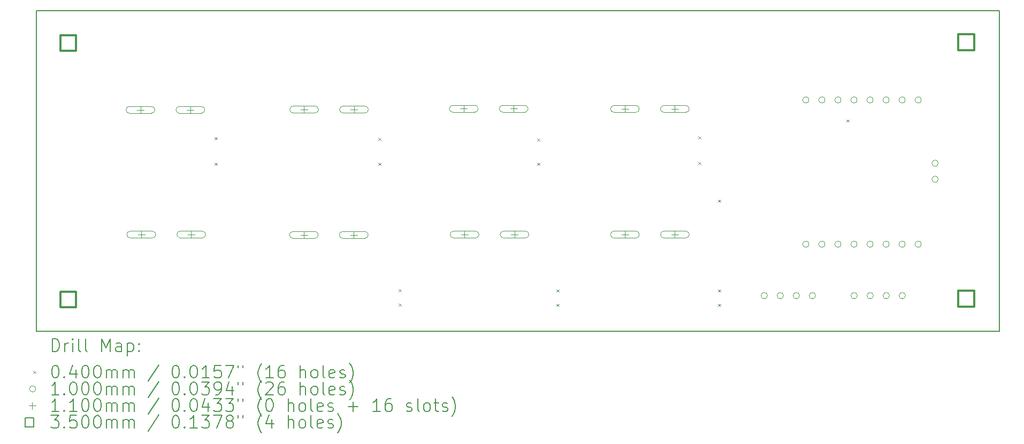
<source format=gbr>
%TF.GenerationSoftware,KiCad,Pcbnew,8.0.5*%
%TF.CreationDate,2025-06-13T07:27:11+02:00*%
%TF.ProjectId,4-Kanal_Power_Meter,342d4b61-6e61-46c5-9f50-6f7765725f4d,rev?*%
%TF.SameCoordinates,Original*%
%TF.FileFunction,Drillmap*%
%TF.FilePolarity,Positive*%
%FSLAX45Y45*%
G04 Gerber Fmt 4.5, Leading zero omitted, Abs format (unit mm)*
G04 Created by KiCad (PCBNEW 8.0.5) date 2025-06-13 07:27:11*
%MOMM*%
%LPD*%
G01*
G04 APERTURE LIST*
%ADD10C,0.150000*%
%ADD11C,0.200000*%
%ADD12C,0.100000*%
%ADD13C,0.110000*%
%ADD14C,0.350000*%
G04 APERTURE END LIST*
D10*
X22352000Y-6350000D02*
X7112000Y-6350000D01*
X22352000Y-11430000D02*
X22352000Y-6350000D01*
X7112000Y-6350000D02*
X7112000Y-11430000D01*
X7112000Y-11430000D02*
X22352000Y-11430000D01*
D11*
D12*
X9935530Y-8351840D02*
X9975530Y-8391840D01*
X9975530Y-8351840D02*
X9935530Y-8391840D01*
X9935530Y-8758240D02*
X9975530Y-8798240D01*
X9975530Y-8758240D02*
X9935530Y-8798240D01*
X12526330Y-8362780D02*
X12566330Y-8402780D01*
X12566330Y-8362780D02*
X12526330Y-8402780D01*
X12526330Y-8758240D02*
X12566330Y-8798240D01*
X12566330Y-8758240D02*
X12526330Y-8798240D01*
X12848910Y-10759760D02*
X12888910Y-10799760D01*
X12888910Y-10759760D02*
X12848910Y-10799760D01*
X12848910Y-10988360D02*
X12888910Y-11028360D01*
X12888910Y-10988360D02*
X12848910Y-11028360D01*
X15040930Y-8370400D02*
X15080930Y-8410400D01*
X15080930Y-8370400D02*
X15040930Y-8410400D01*
X15040930Y-8758240D02*
X15080930Y-8798240D01*
X15080930Y-8758240D02*
X15040930Y-8798240D01*
X15345730Y-10764840D02*
X15385730Y-10804840D01*
X15385730Y-10764840D02*
X15345730Y-10804840D01*
X15345730Y-10993440D02*
X15385730Y-11033440D01*
X15385730Y-10993440D02*
X15345730Y-11033440D01*
X17589240Y-8341680D02*
X17629240Y-8381680D01*
X17629240Y-8341680D02*
X17589240Y-8381680D01*
X17589240Y-8745540D02*
X17629240Y-8785540D01*
X17629240Y-8745540D02*
X17589240Y-8785540D01*
X17898430Y-10764840D02*
X17938430Y-10804840D01*
X17938430Y-10764840D02*
X17898430Y-10804840D01*
X17898430Y-10993440D02*
X17938430Y-11033440D01*
X17938430Y-10993440D02*
X17898430Y-11033440D01*
X17903510Y-9342440D02*
X17943510Y-9382440D01*
X17943510Y-9342440D02*
X17903510Y-9382440D01*
X19935510Y-8072440D02*
X19975510Y-8112440D01*
X19975510Y-8072440D02*
X19935510Y-8112440D01*
X18682170Y-10863580D02*
G75*
G02*
X18582170Y-10863580I-50000J0D01*
G01*
X18582170Y-10863580D02*
G75*
G02*
X18682170Y-10863580I50000J0D01*
G01*
X18936170Y-10863580D02*
G75*
G02*
X18836170Y-10863580I-50000J0D01*
G01*
X18836170Y-10863580D02*
G75*
G02*
X18936170Y-10863580I50000J0D01*
G01*
X19190170Y-10863580D02*
G75*
G02*
X19090170Y-10863580I-50000J0D01*
G01*
X19090170Y-10863580D02*
G75*
G02*
X19190170Y-10863580I50000J0D01*
G01*
X19340030Y-7762240D02*
G75*
G02*
X19240030Y-7762240I-50000J0D01*
G01*
X19240030Y-7762240D02*
G75*
G02*
X19340030Y-7762240I50000J0D01*
G01*
X19340030Y-10048240D02*
G75*
G02*
X19240030Y-10048240I-50000J0D01*
G01*
X19240030Y-10048240D02*
G75*
G02*
X19340030Y-10048240I50000J0D01*
G01*
X19444170Y-10863580D02*
G75*
G02*
X19344170Y-10863580I-50000J0D01*
G01*
X19344170Y-10863580D02*
G75*
G02*
X19444170Y-10863580I50000J0D01*
G01*
X19594030Y-7762240D02*
G75*
G02*
X19494030Y-7762240I-50000J0D01*
G01*
X19494030Y-7762240D02*
G75*
G02*
X19594030Y-7762240I50000J0D01*
G01*
X19594030Y-10048240D02*
G75*
G02*
X19494030Y-10048240I-50000J0D01*
G01*
X19494030Y-10048240D02*
G75*
G02*
X19594030Y-10048240I50000J0D01*
G01*
X19848030Y-7762240D02*
G75*
G02*
X19748030Y-7762240I-50000J0D01*
G01*
X19748030Y-7762240D02*
G75*
G02*
X19848030Y-7762240I50000J0D01*
G01*
X19848030Y-10048240D02*
G75*
G02*
X19748030Y-10048240I-50000J0D01*
G01*
X19748030Y-10048240D02*
G75*
G02*
X19848030Y-10048240I50000J0D01*
G01*
X20102030Y-7762240D02*
G75*
G02*
X20002030Y-7762240I-50000J0D01*
G01*
X20002030Y-7762240D02*
G75*
G02*
X20102030Y-7762240I50000J0D01*
G01*
X20102030Y-10048240D02*
G75*
G02*
X20002030Y-10048240I-50000J0D01*
G01*
X20002030Y-10048240D02*
G75*
G02*
X20102030Y-10048240I50000J0D01*
G01*
X20104570Y-10863580D02*
G75*
G02*
X20004570Y-10863580I-50000J0D01*
G01*
X20004570Y-10863580D02*
G75*
G02*
X20104570Y-10863580I50000J0D01*
G01*
X20356030Y-7762240D02*
G75*
G02*
X20256030Y-7762240I-50000J0D01*
G01*
X20256030Y-7762240D02*
G75*
G02*
X20356030Y-7762240I50000J0D01*
G01*
X20356030Y-10048240D02*
G75*
G02*
X20256030Y-10048240I-50000J0D01*
G01*
X20256030Y-10048240D02*
G75*
G02*
X20356030Y-10048240I50000J0D01*
G01*
X20358570Y-10863580D02*
G75*
G02*
X20258570Y-10863580I-50000J0D01*
G01*
X20258570Y-10863580D02*
G75*
G02*
X20358570Y-10863580I50000J0D01*
G01*
X20610030Y-7762240D02*
G75*
G02*
X20510030Y-7762240I-50000J0D01*
G01*
X20510030Y-7762240D02*
G75*
G02*
X20610030Y-7762240I50000J0D01*
G01*
X20610030Y-10048240D02*
G75*
G02*
X20510030Y-10048240I-50000J0D01*
G01*
X20510030Y-10048240D02*
G75*
G02*
X20610030Y-10048240I50000J0D01*
G01*
X20612570Y-10863580D02*
G75*
G02*
X20512570Y-10863580I-50000J0D01*
G01*
X20512570Y-10863580D02*
G75*
G02*
X20612570Y-10863580I50000J0D01*
G01*
X20864030Y-7762240D02*
G75*
G02*
X20764030Y-7762240I-50000J0D01*
G01*
X20764030Y-7762240D02*
G75*
G02*
X20864030Y-7762240I50000J0D01*
G01*
X20864030Y-10048240D02*
G75*
G02*
X20764030Y-10048240I-50000J0D01*
G01*
X20764030Y-10048240D02*
G75*
G02*
X20864030Y-10048240I50000J0D01*
G01*
X20866570Y-10863580D02*
G75*
G02*
X20766570Y-10863580I-50000J0D01*
G01*
X20766570Y-10863580D02*
G75*
G02*
X20866570Y-10863580I50000J0D01*
G01*
X21118030Y-7762240D02*
G75*
G02*
X21018030Y-7762240I-50000J0D01*
G01*
X21018030Y-7762240D02*
G75*
G02*
X21118030Y-7762240I50000J0D01*
G01*
X21118030Y-10048240D02*
G75*
G02*
X21018030Y-10048240I-50000J0D01*
G01*
X21018030Y-10048240D02*
G75*
G02*
X21118030Y-10048240I50000J0D01*
G01*
X21386000Y-8765540D02*
G75*
G02*
X21286000Y-8765540I-50000J0D01*
G01*
X21286000Y-8765540D02*
G75*
G02*
X21386000Y-8765540I50000J0D01*
G01*
X21386000Y-9019540D02*
G75*
G02*
X21286000Y-9019540I-50000J0D01*
G01*
X21286000Y-9019540D02*
G75*
G02*
X21386000Y-9019540I50000J0D01*
G01*
D13*
X8760430Y-7864440D02*
X8760430Y-7974440D01*
X8705430Y-7919440D02*
X8815430Y-7919440D01*
D12*
X8587930Y-7974440D02*
X8932930Y-7974440D01*
X8932930Y-7864440D02*
G75*
G02*
X8932930Y-7974440I0J-55000D01*
G01*
X8932930Y-7864440D02*
X8587930Y-7864440D01*
X8587930Y-7864440D02*
G75*
G03*
X8587930Y-7974440I0J-55000D01*
G01*
D13*
X8774430Y-9840840D02*
X8774430Y-9950840D01*
X8719430Y-9895840D02*
X8829430Y-9895840D01*
D12*
X8601930Y-9950840D02*
X8946930Y-9950840D01*
X8946930Y-9840840D02*
G75*
G02*
X8946930Y-9950840I0J-55000D01*
G01*
X8946930Y-9840840D02*
X8601930Y-9840840D01*
X8601930Y-9840840D02*
G75*
G03*
X8601930Y-9950840I0J-55000D01*
G01*
D13*
X9550430Y-7864440D02*
X9550430Y-7974440D01*
X9495430Y-7919440D02*
X9605430Y-7919440D01*
D12*
X9377930Y-7974440D02*
X9722930Y-7974440D01*
X9722930Y-7864440D02*
G75*
G02*
X9722930Y-7974440I0J-55000D01*
G01*
X9722930Y-7864440D02*
X9377930Y-7864440D01*
X9377930Y-7864440D02*
G75*
G03*
X9377930Y-7974440I0J-55000D01*
G01*
D13*
X9564430Y-9840840D02*
X9564430Y-9950840D01*
X9509430Y-9895840D02*
X9619430Y-9895840D01*
D12*
X9391930Y-9950840D02*
X9736930Y-9950840D01*
X9736930Y-9840840D02*
G75*
G02*
X9736930Y-9950840I0J-55000D01*
G01*
X9736930Y-9840840D02*
X9391930Y-9840840D01*
X9391930Y-9840840D02*
G75*
G03*
X9391930Y-9950840I0J-55000D01*
G01*
D13*
X11347390Y-9845920D02*
X11347390Y-9955920D01*
X11292390Y-9900920D02*
X11402390Y-9900920D01*
D12*
X11174890Y-9955920D02*
X11519890Y-9955920D01*
X11519890Y-9845920D02*
G75*
G02*
X11519890Y-9955920I0J-55000D01*
G01*
X11519890Y-9845920D02*
X11174890Y-9845920D01*
X11174890Y-9845920D02*
G75*
G03*
X11174890Y-9955920I0J-55000D01*
G01*
D13*
X11349990Y-7859640D02*
X11349990Y-7969640D01*
X11294990Y-7914640D02*
X11404990Y-7914640D01*
D12*
X11177490Y-7969640D02*
X11522490Y-7969640D01*
X11522490Y-7859640D02*
G75*
G02*
X11522490Y-7969640I0J-55000D01*
G01*
X11522490Y-7859640D02*
X11177490Y-7859640D01*
X11177490Y-7859640D02*
G75*
G03*
X11177490Y-7969640I0J-55000D01*
G01*
D13*
X12137390Y-9845920D02*
X12137390Y-9955920D01*
X12082390Y-9900920D02*
X12192390Y-9900920D01*
D12*
X11964890Y-9955920D02*
X12309890Y-9955920D01*
X12309890Y-9845920D02*
G75*
G02*
X12309890Y-9955920I0J-55000D01*
G01*
X12309890Y-9845920D02*
X11964890Y-9845920D01*
X11964890Y-9845920D02*
G75*
G03*
X11964890Y-9955920I0J-55000D01*
G01*
D13*
X12139990Y-7859640D02*
X12139990Y-7969640D01*
X12084990Y-7914640D02*
X12194990Y-7914640D01*
D12*
X11967490Y-7969640D02*
X12312490Y-7969640D01*
X12312490Y-7859640D02*
G75*
G02*
X12312490Y-7969640I0J-55000D01*
G01*
X12312490Y-7859640D02*
X11967490Y-7859640D01*
X11967490Y-7859640D02*
G75*
G03*
X11967490Y-7969640I0J-55000D01*
G01*
D13*
X13877230Y-7846940D02*
X13877230Y-7956940D01*
X13822230Y-7901940D02*
X13932230Y-7901940D01*
D12*
X13704730Y-7956940D02*
X14049730Y-7956940D01*
X14049730Y-7846940D02*
G75*
G02*
X14049730Y-7956940I0J-55000D01*
G01*
X14049730Y-7846940D02*
X13704730Y-7846940D01*
X13704730Y-7846940D02*
G75*
G03*
X13704730Y-7956940I0J-55000D01*
G01*
D13*
X13889930Y-9840840D02*
X13889930Y-9950840D01*
X13834930Y-9895840D02*
X13944930Y-9895840D01*
D12*
X13717430Y-9950840D02*
X14062430Y-9950840D01*
X14062430Y-9840840D02*
G75*
G02*
X14062430Y-9950840I0J-55000D01*
G01*
X14062430Y-9840840D02*
X13717430Y-9840840D01*
X13717430Y-9840840D02*
G75*
G03*
X13717430Y-9950840I0J-55000D01*
G01*
D13*
X14667230Y-7846940D02*
X14667230Y-7956940D01*
X14612230Y-7901940D02*
X14722230Y-7901940D01*
D12*
X14494730Y-7956940D02*
X14839730Y-7956940D01*
X14839730Y-7846940D02*
G75*
G02*
X14839730Y-7956940I0J-55000D01*
G01*
X14839730Y-7846940D02*
X14494730Y-7846940D01*
X14494730Y-7846940D02*
G75*
G03*
X14494730Y-7956940I0J-55000D01*
G01*
D13*
X14679930Y-9840840D02*
X14679930Y-9950840D01*
X14624930Y-9895840D02*
X14734930Y-9895840D01*
D12*
X14507430Y-9950840D02*
X14852430Y-9950840D01*
X14852430Y-9840840D02*
G75*
G02*
X14852430Y-9950840I0J-55000D01*
G01*
X14852430Y-9840840D02*
X14507430Y-9840840D01*
X14507430Y-9840840D02*
G75*
G03*
X14507430Y-9950840I0J-55000D01*
G01*
D13*
X16427390Y-7849480D02*
X16427390Y-7959480D01*
X16372390Y-7904480D02*
X16482390Y-7904480D01*
D12*
X16254890Y-7959480D02*
X16599890Y-7959480D01*
X16599890Y-7849480D02*
G75*
G02*
X16599890Y-7959480I0J-55000D01*
G01*
X16599890Y-7849480D02*
X16254890Y-7849480D01*
X16254890Y-7849480D02*
G75*
G03*
X16254890Y-7959480I0J-55000D01*
G01*
D13*
X16427390Y-9840840D02*
X16427390Y-9950840D01*
X16372390Y-9895840D02*
X16482390Y-9895840D01*
D12*
X16254890Y-9950840D02*
X16599890Y-9950840D01*
X16599890Y-9840840D02*
G75*
G02*
X16599890Y-9950840I0J-55000D01*
G01*
X16599890Y-9840840D02*
X16254890Y-9840840D01*
X16254890Y-9840840D02*
G75*
G03*
X16254890Y-9950840I0J-55000D01*
G01*
D13*
X17217390Y-7849480D02*
X17217390Y-7959480D01*
X17162390Y-7904480D02*
X17272390Y-7904480D01*
D12*
X17044890Y-7959480D02*
X17389890Y-7959480D01*
X17389890Y-7849480D02*
G75*
G02*
X17389890Y-7959480I0J-55000D01*
G01*
X17389890Y-7849480D02*
X17044890Y-7849480D01*
X17044890Y-7849480D02*
G75*
G03*
X17044890Y-7959480I0J-55000D01*
G01*
D13*
X17217390Y-9840840D02*
X17217390Y-9950840D01*
X17162390Y-9895840D02*
X17272390Y-9895840D01*
D12*
X17044890Y-9950840D02*
X17389890Y-9950840D01*
X17389890Y-9840840D02*
G75*
G02*
X17389890Y-9950840I0J-55000D01*
G01*
X17389890Y-9840840D02*
X17044890Y-9840840D01*
X17044890Y-9840840D02*
G75*
G03*
X17044890Y-9950840I0J-55000D01*
G01*
D14*
X7743745Y-6981745D02*
X7743745Y-6734255D01*
X7496255Y-6734255D01*
X7496255Y-6981745D01*
X7743745Y-6981745D01*
X7743745Y-11045745D02*
X7743745Y-10798255D01*
X7496255Y-10798255D01*
X7496255Y-11045745D01*
X7743745Y-11045745D01*
X21952505Y-6971585D02*
X21952505Y-6724095D01*
X21705015Y-6724095D01*
X21705015Y-6971585D01*
X21952505Y-6971585D01*
X21952505Y-11035585D02*
X21952505Y-10788095D01*
X21705015Y-10788095D01*
X21705015Y-11035585D01*
X21952505Y-11035585D01*
D11*
X7365277Y-11748984D02*
X7365277Y-11548984D01*
X7365277Y-11548984D02*
X7412896Y-11548984D01*
X7412896Y-11548984D02*
X7441467Y-11558508D01*
X7441467Y-11558508D02*
X7460515Y-11577555D01*
X7460515Y-11577555D02*
X7470039Y-11596603D01*
X7470039Y-11596603D02*
X7479562Y-11634698D01*
X7479562Y-11634698D02*
X7479562Y-11663269D01*
X7479562Y-11663269D02*
X7470039Y-11701365D01*
X7470039Y-11701365D02*
X7460515Y-11720412D01*
X7460515Y-11720412D02*
X7441467Y-11739460D01*
X7441467Y-11739460D02*
X7412896Y-11748984D01*
X7412896Y-11748984D02*
X7365277Y-11748984D01*
X7565277Y-11748984D02*
X7565277Y-11615650D01*
X7565277Y-11653746D02*
X7574801Y-11634698D01*
X7574801Y-11634698D02*
X7584324Y-11625174D01*
X7584324Y-11625174D02*
X7603372Y-11615650D01*
X7603372Y-11615650D02*
X7622420Y-11615650D01*
X7689086Y-11748984D02*
X7689086Y-11615650D01*
X7689086Y-11548984D02*
X7679562Y-11558508D01*
X7679562Y-11558508D02*
X7689086Y-11568031D01*
X7689086Y-11568031D02*
X7698610Y-11558508D01*
X7698610Y-11558508D02*
X7689086Y-11548984D01*
X7689086Y-11548984D02*
X7689086Y-11568031D01*
X7812896Y-11748984D02*
X7793848Y-11739460D01*
X7793848Y-11739460D02*
X7784324Y-11720412D01*
X7784324Y-11720412D02*
X7784324Y-11548984D01*
X7917658Y-11748984D02*
X7898610Y-11739460D01*
X7898610Y-11739460D02*
X7889086Y-11720412D01*
X7889086Y-11720412D02*
X7889086Y-11548984D01*
X8146229Y-11748984D02*
X8146229Y-11548984D01*
X8146229Y-11548984D02*
X8212896Y-11691841D01*
X8212896Y-11691841D02*
X8279562Y-11548984D01*
X8279562Y-11548984D02*
X8279562Y-11748984D01*
X8460515Y-11748984D02*
X8460515Y-11644222D01*
X8460515Y-11644222D02*
X8450991Y-11625174D01*
X8450991Y-11625174D02*
X8431944Y-11615650D01*
X8431944Y-11615650D02*
X8393848Y-11615650D01*
X8393848Y-11615650D02*
X8374801Y-11625174D01*
X8460515Y-11739460D02*
X8441467Y-11748984D01*
X8441467Y-11748984D02*
X8393848Y-11748984D01*
X8393848Y-11748984D02*
X8374801Y-11739460D01*
X8374801Y-11739460D02*
X8365277Y-11720412D01*
X8365277Y-11720412D02*
X8365277Y-11701365D01*
X8365277Y-11701365D02*
X8374801Y-11682317D01*
X8374801Y-11682317D02*
X8393848Y-11672793D01*
X8393848Y-11672793D02*
X8441467Y-11672793D01*
X8441467Y-11672793D02*
X8460515Y-11663269D01*
X8555753Y-11615650D02*
X8555753Y-11815650D01*
X8555753Y-11625174D02*
X8574801Y-11615650D01*
X8574801Y-11615650D02*
X8612896Y-11615650D01*
X8612896Y-11615650D02*
X8631944Y-11625174D01*
X8631944Y-11625174D02*
X8641467Y-11634698D01*
X8641467Y-11634698D02*
X8650991Y-11653746D01*
X8650991Y-11653746D02*
X8650991Y-11710888D01*
X8650991Y-11710888D02*
X8641467Y-11729936D01*
X8641467Y-11729936D02*
X8631944Y-11739460D01*
X8631944Y-11739460D02*
X8612896Y-11748984D01*
X8612896Y-11748984D02*
X8574801Y-11748984D01*
X8574801Y-11748984D02*
X8555753Y-11739460D01*
X8736705Y-11729936D02*
X8746229Y-11739460D01*
X8746229Y-11739460D02*
X8736705Y-11748984D01*
X8736705Y-11748984D02*
X8727182Y-11739460D01*
X8727182Y-11739460D02*
X8736705Y-11729936D01*
X8736705Y-11729936D02*
X8736705Y-11748984D01*
X8736705Y-11625174D02*
X8746229Y-11634698D01*
X8746229Y-11634698D02*
X8736705Y-11644222D01*
X8736705Y-11644222D02*
X8727182Y-11634698D01*
X8727182Y-11634698D02*
X8736705Y-11625174D01*
X8736705Y-11625174D02*
X8736705Y-11644222D01*
D12*
X7064500Y-12057500D02*
X7104500Y-12097500D01*
X7104500Y-12057500D02*
X7064500Y-12097500D01*
D11*
X7403372Y-11968984D02*
X7422420Y-11968984D01*
X7422420Y-11968984D02*
X7441467Y-11978508D01*
X7441467Y-11978508D02*
X7450991Y-11988031D01*
X7450991Y-11988031D02*
X7460515Y-12007079D01*
X7460515Y-12007079D02*
X7470039Y-12045174D01*
X7470039Y-12045174D02*
X7470039Y-12092793D01*
X7470039Y-12092793D02*
X7460515Y-12130888D01*
X7460515Y-12130888D02*
X7450991Y-12149936D01*
X7450991Y-12149936D02*
X7441467Y-12159460D01*
X7441467Y-12159460D02*
X7422420Y-12168984D01*
X7422420Y-12168984D02*
X7403372Y-12168984D01*
X7403372Y-12168984D02*
X7384324Y-12159460D01*
X7384324Y-12159460D02*
X7374801Y-12149936D01*
X7374801Y-12149936D02*
X7365277Y-12130888D01*
X7365277Y-12130888D02*
X7355753Y-12092793D01*
X7355753Y-12092793D02*
X7355753Y-12045174D01*
X7355753Y-12045174D02*
X7365277Y-12007079D01*
X7365277Y-12007079D02*
X7374801Y-11988031D01*
X7374801Y-11988031D02*
X7384324Y-11978508D01*
X7384324Y-11978508D02*
X7403372Y-11968984D01*
X7555753Y-12149936D02*
X7565277Y-12159460D01*
X7565277Y-12159460D02*
X7555753Y-12168984D01*
X7555753Y-12168984D02*
X7546229Y-12159460D01*
X7546229Y-12159460D02*
X7555753Y-12149936D01*
X7555753Y-12149936D02*
X7555753Y-12168984D01*
X7736705Y-12035650D02*
X7736705Y-12168984D01*
X7689086Y-11959460D02*
X7641467Y-12102317D01*
X7641467Y-12102317D02*
X7765277Y-12102317D01*
X7879562Y-11968984D02*
X7898610Y-11968984D01*
X7898610Y-11968984D02*
X7917658Y-11978508D01*
X7917658Y-11978508D02*
X7927182Y-11988031D01*
X7927182Y-11988031D02*
X7936705Y-12007079D01*
X7936705Y-12007079D02*
X7946229Y-12045174D01*
X7946229Y-12045174D02*
X7946229Y-12092793D01*
X7946229Y-12092793D02*
X7936705Y-12130888D01*
X7936705Y-12130888D02*
X7927182Y-12149936D01*
X7927182Y-12149936D02*
X7917658Y-12159460D01*
X7917658Y-12159460D02*
X7898610Y-12168984D01*
X7898610Y-12168984D02*
X7879562Y-12168984D01*
X7879562Y-12168984D02*
X7860515Y-12159460D01*
X7860515Y-12159460D02*
X7850991Y-12149936D01*
X7850991Y-12149936D02*
X7841467Y-12130888D01*
X7841467Y-12130888D02*
X7831943Y-12092793D01*
X7831943Y-12092793D02*
X7831943Y-12045174D01*
X7831943Y-12045174D02*
X7841467Y-12007079D01*
X7841467Y-12007079D02*
X7850991Y-11988031D01*
X7850991Y-11988031D02*
X7860515Y-11978508D01*
X7860515Y-11978508D02*
X7879562Y-11968984D01*
X8070039Y-11968984D02*
X8089086Y-11968984D01*
X8089086Y-11968984D02*
X8108134Y-11978508D01*
X8108134Y-11978508D02*
X8117658Y-11988031D01*
X8117658Y-11988031D02*
X8127182Y-12007079D01*
X8127182Y-12007079D02*
X8136705Y-12045174D01*
X8136705Y-12045174D02*
X8136705Y-12092793D01*
X8136705Y-12092793D02*
X8127182Y-12130888D01*
X8127182Y-12130888D02*
X8117658Y-12149936D01*
X8117658Y-12149936D02*
X8108134Y-12159460D01*
X8108134Y-12159460D02*
X8089086Y-12168984D01*
X8089086Y-12168984D02*
X8070039Y-12168984D01*
X8070039Y-12168984D02*
X8050991Y-12159460D01*
X8050991Y-12159460D02*
X8041467Y-12149936D01*
X8041467Y-12149936D02*
X8031943Y-12130888D01*
X8031943Y-12130888D02*
X8022420Y-12092793D01*
X8022420Y-12092793D02*
X8022420Y-12045174D01*
X8022420Y-12045174D02*
X8031943Y-12007079D01*
X8031943Y-12007079D02*
X8041467Y-11988031D01*
X8041467Y-11988031D02*
X8050991Y-11978508D01*
X8050991Y-11978508D02*
X8070039Y-11968984D01*
X8222420Y-12168984D02*
X8222420Y-12035650D01*
X8222420Y-12054698D02*
X8231943Y-12045174D01*
X8231943Y-12045174D02*
X8250991Y-12035650D01*
X8250991Y-12035650D02*
X8279563Y-12035650D01*
X8279563Y-12035650D02*
X8298610Y-12045174D01*
X8298610Y-12045174D02*
X8308134Y-12064222D01*
X8308134Y-12064222D02*
X8308134Y-12168984D01*
X8308134Y-12064222D02*
X8317658Y-12045174D01*
X8317658Y-12045174D02*
X8336705Y-12035650D01*
X8336705Y-12035650D02*
X8365277Y-12035650D01*
X8365277Y-12035650D02*
X8384324Y-12045174D01*
X8384324Y-12045174D02*
X8393848Y-12064222D01*
X8393848Y-12064222D02*
X8393848Y-12168984D01*
X8489086Y-12168984D02*
X8489086Y-12035650D01*
X8489086Y-12054698D02*
X8498610Y-12045174D01*
X8498610Y-12045174D02*
X8517658Y-12035650D01*
X8517658Y-12035650D02*
X8546229Y-12035650D01*
X8546229Y-12035650D02*
X8565277Y-12045174D01*
X8565277Y-12045174D02*
X8574801Y-12064222D01*
X8574801Y-12064222D02*
X8574801Y-12168984D01*
X8574801Y-12064222D02*
X8584325Y-12045174D01*
X8584325Y-12045174D02*
X8603372Y-12035650D01*
X8603372Y-12035650D02*
X8631944Y-12035650D01*
X8631944Y-12035650D02*
X8650991Y-12045174D01*
X8650991Y-12045174D02*
X8660515Y-12064222D01*
X8660515Y-12064222D02*
X8660515Y-12168984D01*
X9050991Y-11959460D02*
X8879563Y-12216603D01*
X9308134Y-11968984D02*
X9327182Y-11968984D01*
X9327182Y-11968984D02*
X9346229Y-11978508D01*
X9346229Y-11978508D02*
X9355753Y-11988031D01*
X9355753Y-11988031D02*
X9365277Y-12007079D01*
X9365277Y-12007079D02*
X9374801Y-12045174D01*
X9374801Y-12045174D02*
X9374801Y-12092793D01*
X9374801Y-12092793D02*
X9365277Y-12130888D01*
X9365277Y-12130888D02*
X9355753Y-12149936D01*
X9355753Y-12149936D02*
X9346229Y-12159460D01*
X9346229Y-12159460D02*
X9327182Y-12168984D01*
X9327182Y-12168984D02*
X9308134Y-12168984D01*
X9308134Y-12168984D02*
X9289087Y-12159460D01*
X9289087Y-12159460D02*
X9279563Y-12149936D01*
X9279563Y-12149936D02*
X9270039Y-12130888D01*
X9270039Y-12130888D02*
X9260515Y-12092793D01*
X9260515Y-12092793D02*
X9260515Y-12045174D01*
X9260515Y-12045174D02*
X9270039Y-12007079D01*
X9270039Y-12007079D02*
X9279563Y-11988031D01*
X9279563Y-11988031D02*
X9289087Y-11978508D01*
X9289087Y-11978508D02*
X9308134Y-11968984D01*
X9460515Y-12149936D02*
X9470039Y-12159460D01*
X9470039Y-12159460D02*
X9460515Y-12168984D01*
X9460515Y-12168984D02*
X9450991Y-12159460D01*
X9450991Y-12159460D02*
X9460515Y-12149936D01*
X9460515Y-12149936D02*
X9460515Y-12168984D01*
X9593848Y-11968984D02*
X9612896Y-11968984D01*
X9612896Y-11968984D02*
X9631944Y-11978508D01*
X9631944Y-11978508D02*
X9641468Y-11988031D01*
X9641468Y-11988031D02*
X9650991Y-12007079D01*
X9650991Y-12007079D02*
X9660515Y-12045174D01*
X9660515Y-12045174D02*
X9660515Y-12092793D01*
X9660515Y-12092793D02*
X9650991Y-12130888D01*
X9650991Y-12130888D02*
X9641468Y-12149936D01*
X9641468Y-12149936D02*
X9631944Y-12159460D01*
X9631944Y-12159460D02*
X9612896Y-12168984D01*
X9612896Y-12168984D02*
X9593848Y-12168984D01*
X9593848Y-12168984D02*
X9574801Y-12159460D01*
X9574801Y-12159460D02*
X9565277Y-12149936D01*
X9565277Y-12149936D02*
X9555753Y-12130888D01*
X9555753Y-12130888D02*
X9546229Y-12092793D01*
X9546229Y-12092793D02*
X9546229Y-12045174D01*
X9546229Y-12045174D02*
X9555753Y-12007079D01*
X9555753Y-12007079D02*
X9565277Y-11988031D01*
X9565277Y-11988031D02*
X9574801Y-11978508D01*
X9574801Y-11978508D02*
X9593848Y-11968984D01*
X9850991Y-12168984D02*
X9736706Y-12168984D01*
X9793848Y-12168984D02*
X9793848Y-11968984D01*
X9793848Y-11968984D02*
X9774801Y-11997555D01*
X9774801Y-11997555D02*
X9755753Y-12016603D01*
X9755753Y-12016603D02*
X9736706Y-12026127D01*
X10031944Y-11968984D02*
X9936706Y-11968984D01*
X9936706Y-11968984D02*
X9927182Y-12064222D01*
X9927182Y-12064222D02*
X9936706Y-12054698D01*
X9936706Y-12054698D02*
X9955753Y-12045174D01*
X9955753Y-12045174D02*
X10003372Y-12045174D01*
X10003372Y-12045174D02*
X10022420Y-12054698D01*
X10022420Y-12054698D02*
X10031944Y-12064222D01*
X10031944Y-12064222D02*
X10041468Y-12083269D01*
X10041468Y-12083269D02*
X10041468Y-12130888D01*
X10041468Y-12130888D02*
X10031944Y-12149936D01*
X10031944Y-12149936D02*
X10022420Y-12159460D01*
X10022420Y-12159460D02*
X10003372Y-12168984D01*
X10003372Y-12168984D02*
X9955753Y-12168984D01*
X9955753Y-12168984D02*
X9936706Y-12159460D01*
X9936706Y-12159460D02*
X9927182Y-12149936D01*
X10108134Y-11968984D02*
X10241468Y-11968984D01*
X10241468Y-11968984D02*
X10155753Y-12168984D01*
X10308134Y-11968984D02*
X10308134Y-12007079D01*
X10384325Y-11968984D02*
X10384325Y-12007079D01*
X10679563Y-12245174D02*
X10670039Y-12235650D01*
X10670039Y-12235650D02*
X10650991Y-12207079D01*
X10650991Y-12207079D02*
X10641468Y-12188031D01*
X10641468Y-12188031D02*
X10631944Y-12159460D01*
X10631944Y-12159460D02*
X10622420Y-12111841D01*
X10622420Y-12111841D02*
X10622420Y-12073746D01*
X10622420Y-12073746D02*
X10631944Y-12026127D01*
X10631944Y-12026127D02*
X10641468Y-11997555D01*
X10641468Y-11997555D02*
X10650991Y-11978508D01*
X10650991Y-11978508D02*
X10670039Y-11949936D01*
X10670039Y-11949936D02*
X10679563Y-11940412D01*
X10860515Y-12168984D02*
X10746230Y-12168984D01*
X10803372Y-12168984D02*
X10803372Y-11968984D01*
X10803372Y-11968984D02*
X10784325Y-11997555D01*
X10784325Y-11997555D02*
X10765277Y-12016603D01*
X10765277Y-12016603D02*
X10746230Y-12026127D01*
X11031944Y-11968984D02*
X10993849Y-11968984D01*
X10993849Y-11968984D02*
X10974801Y-11978508D01*
X10974801Y-11978508D02*
X10965277Y-11988031D01*
X10965277Y-11988031D02*
X10946230Y-12016603D01*
X10946230Y-12016603D02*
X10936706Y-12054698D01*
X10936706Y-12054698D02*
X10936706Y-12130888D01*
X10936706Y-12130888D02*
X10946230Y-12149936D01*
X10946230Y-12149936D02*
X10955753Y-12159460D01*
X10955753Y-12159460D02*
X10974801Y-12168984D01*
X10974801Y-12168984D02*
X11012896Y-12168984D01*
X11012896Y-12168984D02*
X11031944Y-12159460D01*
X11031944Y-12159460D02*
X11041468Y-12149936D01*
X11041468Y-12149936D02*
X11050991Y-12130888D01*
X11050991Y-12130888D02*
X11050991Y-12083269D01*
X11050991Y-12083269D02*
X11041468Y-12064222D01*
X11041468Y-12064222D02*
X11031944Y-12054698D01*
X11031944Y-12054698D02*
X11012896Y-12045174D01*
X11012896Y-12045174D02*
X10974801Y-12045174D01*
X10974801Y-12045174D02*
X10955753Y-12054698D01*
X10955753Y-12054698D02*
X10946230Y-12064222D01*
X10946230Y-12064222D02*
X10936706Y-12083269D01*
X11289087Y-12168984D02*
X11289087Y-11968984D01*
X11374801Y-12168984D02*
X11374801Y-12064222D01*
X11374801Y-12064222D02*
X11365277Y-12045174D01*
X11365277Y-12045174D02*
X11346230Y-12035650D01*
X11346230Y-12035650D02*
X11317658Y-12035650D01*
X11317658Y-12035650D02*
X11298610Y-12045174D01*
X11298610Y-12045174D02*
X11289087Y-12054698D01*
X11498610Y-12168984D02*
X11479563Y-12159460D01*
X11479563Y-12159460D02*
X11470039Y-12149936D01*
X11470039Y-12149936D02*
X11460515Y-12130888D01*
X11460515Y-12130888D02*
X11460515Y-12073746D01*
X11460515Y-12073746D02*
X11470039Y-12054698D01*
X11470039Y-12054698D02*
X11479563Y-12045174D01*
X11479563Y-12045174D02*
X11498610Y-12035650D01*
X11498610Y-12035650D02*
X11527182Y-12035650D01*
X11527182Y-12035650D02*
X11546230Y-12045174D01*
X11546230Y-12045174D02*
X11555753Y-12054698D01*
X11555753Y-12054698D02*
X11565277Y-12073746D01*
X11565277Y-12073746D02*
X11565277Y-12130888D01*
X11565277Y-12130888D02*
X11555753Y-12149936D01*
X11555753Y-12149936D02*
X11546230Y-12159460D01*
X11546230Y-12159460D02*
X11527182Y-12168984D01*
X11527182Y-12168984D02*
X11498610Y-12168984D01*
X11679563Y-12168984D02*
X11660515Y-12159460D01*
X11660515Y-12159460D02*
X11650991Y-12140412D01*
X11650991Y-12140412D02*
X11650991Y-11968984D01*
X11831944Y-12159460D02*
X11812896Y-12168984D01*
X11812896Y-12168984D02*
X11774801Y-12168984D01*
X11774801Y-12168984D02*
X11755753Y-12159460D01*
X11755753Y-12159460D02*
X11746230Y-12140412D01*
X11746230Y-12140412D02*
X11746230Y-12064222D01*
X11746230Y-12064222D02*
X11755753Y-12045174D01*
X11755753Y-12045174D02*
X11774801Y-12035650D01*
X11774801Y-12035650D02*
X11812896Y-12035650D01*
X11812896Y-12035650D02*
X11831944Y-12045174D01*
X11831944Y-12045174D02*
X11841468Y-12064222D01*
X11841468Y-12064222D02*
X11841468Y-12083269D01*
X11841468Y-12083269D02*
X11746230Y-12102317D01*
X11917658Y-12159460D02*
X11936706Y-12168984D01*
X11936706Y-12168984D02*
X11974801Y-12168984D01*
X11974801Y-12168984D02*
X11993849Y-12159460D01*
X11993849Y-12159460D02*
X12003372Y-12140412D01*
X12003372Y-12140412D02*
X12003372Y-12130888D01*
X12003372Y-12130888D02*
X11993849Y-12111841D01*
X11993849Y-12111841D02*
X11974801Y-12102317D01*
X11974801Y-12102317D02*
X11946230Y-12102317D01*
X11946230Y-12102317D02*
X11927182Y-12092793D01*
X11927182Y-12092793D02*
X11917658Y-12073746D01*
X11917658Y-12073746D02*
X11917658Y-12064222D01*
X11917658Y-12064222D02*
X11927182Y-12045174D01*
X11927182Y-12045174D02*
X11946230Y-12035650D01*
X11946230Y-12035650D02*
X11974801Y-12035650D01*
X11974801Y-12035650D02*
X11993849Y-12045174D01*
X12070039Y-12245174D02*
X12079563Y-12235650D01*
X12079563Y-12235650D02*
X12098611Y-12207079D01*
X12098611Y-12207079D02*
X12108134Y-12188031D01*
X12108134Y-12188031D02*
X12117658Y-12159460D01*
X12117658Y-12159460D02*
X12127182Y-12111841D01*
X12127182Y-12111841D02*
X12127182Y-12073746D01*
X12127182Y-12073746D02*
X12117658Y-12026127D01*
X12117658Y-12026127D02*
X12108134Y-11997555D01*
X12108134Y-11997555D02*
X12098611Y-11978508D01*
X12098611Y-11978508D02*
X12079563Y-11949936D01*
X12079563Y-11949936D02*
X12070039Y-11940412D01*
D12*
X7104500Y-12341500D02*
G75*
G02*
X7004500Y-12341500I-50000J0D01*
G01*
X7004500Y-12341500D02*
G75*
G02*
X7104500Y-12341500I50000J0D01*
G01*
D11*
X7470039Y-12432984D02*
X7355753Y-12432984D01*
X7412896Y-12432984D02*
X7412896Y-12232984D01*
X7412896Y-12232984D02*
X7393848Y-12261555D01*
X7393848Y-12261555D02*
X7374801Y-12280603D01*
X7374801Y-12280603D02*
X7355753Y-12290127D01*
X7555753Y-12413936D02*
X7565277Y-12423460D01*
X7565277Y-12423460D02*
X7555753Y-12432984D01*
X7555753Y-12432984D02*
X7546229Y-12423460D01*
X7546229Y-12423460D02*
X7555753Y-12413936D01*
X7555753Y-12413936D02*
X7555753Y-12432984D01*
X7689086Y-12232984D02*
X7708134Y-12232984D01*
X7708134Y-12232984D02*
X7727182Y-12242508D01*
X7727182Y-12242508D02*
X7736705Y-12252031D01*
X7736705Y-12252031D02*
X7746229Y-12271079D01*
X7746229Y-12271079D02*
X7755753Y-12309174D01*
X7755753Y-12309174D02*
X7755753Y-12356793D01*
X7755753Y-12356793D02*
X7746229Y-12394888D01*
X7746229Y-12394888D02*
X7736705Y-12413936D01*
X7736705Y-12413936D02*
X7727182Y-12423460D01*
X7727182Y-12423460D02*
X7708134Y-12432984D01*
X7708134Y-12432984D02*
X7689086Y-12432984D01*
X7689086Y-12432984D02*
X7670039Y-12423460D01*
X7670039Y-12423460D02*
X7660515Y-12413936D01*
X7660515Y-12413936D02*
X7650991Y-12394888D01*
X7650991Y-12394888D02*
X7641467Y-12356793D01*
X7641467Y-12356793D02*
X7641467Y-12309174D01*
X7641467Y-12309174D02*
X7650991Y-12271079D01*
X7650991Y-12271079D02*
X7660515Y-12252031D01*
X7660515Y-12252031D02*
X7670039Y-12242508D01*
X7670039Y-12242508D02*
X7689086Y-12232984D01*
X7879562Y-12232984D02*
X7898610Y-12232984D01*
X7898610Y-12232984D02*
X7917658Y-12242508D01*
X7917658Y-12242508D02*
X7927182Y-12252031D01*
X7927182Y-12252031D02*
X7936705Y-12271079D01*
X7936705Y-12271079D02*
X7946229Y-12309174D01*
X7946229Y-12309174D02*
X7946229Y-12356793D01*
X7946229Y-12356793D02*
X7936705Y-12394888D01*
X7936705Y-12394888D02*
X7927182Y-12413936D01*
X7927182Y-12413936D02*
X7917658Y-12423460D01*
X7917658Y-12423460D02*
X7898610Y-12432984D01*
X7898610Y-12432984D02*
X7879562Y-12432984D01*
X7879562Y-12432984D02*
X7860515Y-12423460D01*
X7860515Y-12423460D02*
X7850991Y-12413936D01*
X7850991Y-12413936D02*
X7841467Y-12394888D01*
X7841467Y-12394888D02*
X7831943Y-12356793D01*
X7831943Y-12356793D02*
X7831943Y-12309174D01*
X7831943Y-12309174D02*
X7841467Y-12271079D01*
X7841467Y-12271079D02*
X7850991Y-12252031D01*
X7850991Y-12252031D02*
X7860515Y-12242508D01*
X7860515Y-12242508D02*
X7879562Y-12232984D01*
X8070039Y-12232984D02*
X8089086Y-12232984D01*
X8089086Y-12232984D02*
X8108134Y-12242508D01*
X8108134Y-12242508D02*
X8117658Y-12252031D01*
X8117658Y-12252031D02*
X8127182Y-12271079D01*
X8127182Y-12271079D02*
X8136705Y-12309174D01*
X8136705Y-12309174D02*
X8136705Y-12356793D01*
X8136705Y-12356793D02*
X8127182Y-12394888D01*
X8127182Y-12394888D02*
X8117658Y-12413936D01*
X8117658Y-12413936D02*
X8108134Y-12423460D01*
X8108134Y-12423460D02*
X8089086Y-12432984D01*
X8089086Y-12432984D02*
X8070039Y-12432984D01*
X8070039Y-12432984D02*
X8050991Y-12423460D01*
X8050991Y-12423460D02*
X8041467Y-12413936D01*
X8041467Y-12413936D02*
X8031943Y-12394888D01*
X8031943Y-12394888D02*
X8022420Y-12356793D01*
X8022420Y-12356793D02*
X8022420Y-12309174D01*
X8022420Y-12309174D02*
X8031943Y-12271079D01*
X8031943Y-12271079D02*
X8041467Y-12252031D01*
X8041467Y-12252031D02*
X8050991Y-12242508D01*
X8050991Y-12242508D02*
X8070039Y-12232984D01*
X8222420Y-12432984D02*
X8222420Y-12299650D01*
X8222420Y-12318698D02*
X8231943Y-12309174D01*
X8231943Y-12309174D02*
X8250991Y-12299650D01*
X8250991Y-12299650D02*
X8279563Y-12299650D01*
X8279563Y-12299650D02*
X8298610Y-12309174D01*
X8298610Y-12309174D02*
X8308134Y-12328222D01*
X8308134Y-12328222D02*
X8308134Y-12432984D01*
X8308134Y-12328222D02*
X8317658Y-12309174D01*
X8317658Y-12309174D02*
X8336705Y-12299650D01*
X8336705Y-12299650D02*
X8365277Y-12299650D01*
X8365277Y-12299650D02*
X8384324Y-12309174D01*
X8384324Y-12309174D02*
X8393848Y-12328222D01*
X8393848Y-12328222D02*
X8393848Y-12432984D01*
X8489086Y-12432984D02*
X8489086Y-12299650D01*
X8489086Y-12318698D02*
X8498610Y-12309174D01*
X8498610Y-12309174D02*
X8517658Y-12299650D01*
X8517658Y-12299650D02*
X8546229Y-12299650D01*
X8546229Y-12299650D02*
X8565277Y-12309174D01*
X8565277Y-12309174D02*
X8574801Y-12328222D01*
X8574801Y-12328222D02*
X8574801Y-12432984D01*
X8574801Y-12328222D02*
X8584325Y-12309174D01*
X8584325Y-12309174D02*
X8603372Y-12299650D01*
X8603372Y-12299650D02*
X8631944Y-12299650D01*
X8631944Y-12299650D02*
X8650991Y-12309174D01*
X8650991Y-12309174D02*
X8660515Y-12328222D01*
X8660515Y-12328222D02*
X8660515Y-12432984D01*
X9050991Y-12223460D02*
X8879563Y-12480603D01*
X9308134Y-12232984D02*
X9327182Y-12232984D01*
X9327182Y-12232984D02*
X9346229Y-12242508D01*
X9346229Y-12242508D02*
X9355753Y-12252031D01*
X9355753Y-12252031D02*
X9365277Y-12271079D01*
X9365277Y-12271079D02*
X9374801Y-12309174D01*
X9374801Y-12309174D02*
X9374801Y-12356793D01*
X9374801Y-12356793D02*
X9365277Y-12394888D01*
X9365277Y-12394888D02*
X9355753Y-12413936D01*
X9355753Y-12413936D02*
X9346229Y-12423460D01*
X9346229Y-12423460D02*
X9327182Y-12432984D01*
X9327182Y-12432984D02*
X9308134Y-12432984D01*
X9308134Y-12432984D02*
X9289087Y-12423460D01*
X9289087Y-12423460D02*
X9279563Y-12413936D01*
X9279563Y-12413936D02*
X9270039Y-12394888D01*
X9270039Y-12394888D02*
X9260515Y-12356793D01*
X9260515Y-12356793D02*
X9260515Y-12309174D01*
X9260515Y-12309174D02*
X9270039Y-12271079D01*
X9270039Y-12271079D02*
X9279563Y-12252031D01*
X9279563Y-12252031D02*
X9289087Y-12242508D01*
X9289087Y-12242508D02*
X9308134Y-12232984D01*
X9460515Y-12413936D02*
X9470039Y-12423460D01*
X9470039Y-12423460D02*
X9460515Y-12432984D01*
X9460515Y-12432984D02*
X9450991Y-12423460D01*
X9450991Y-12423460D02*
X9460515Y-12413936D01*
X9460515Y-12413936D02*
X9460515Y-12432984D01*
X9593848Y-12232984D02*
X9612896Y-12232984D01*
X9612896Y-12232984D02*
X9631944Y-12242508D01*
X9631944Y-12242508D02*
X9641468Y-12252031D01*
X9641468Y-12252031D02*
X9650991Y-12271079D01*
X9650991Y-12271079D02*
X9660515Y-12309174D01*
X9660515Y-12309174D02*
X9660515Y-12356793D01*
X9660515Y-12356793D02*
X9650991Y-12394888D01*
X9650991Y-12394888D02*
X9641468Y-12413936D01*
X9641468Y-12413936D02*
X9631944Y-12423460D01*
X9631944Y-12423460D02*
X9612896Y-12432984D01*
X9612896Y-12432984D02*
X9593848Y-12432984D01*
X9593848Y-12432984D02*
X9574801Y-12423460D01*
X9574801Y-12423460D02*
X9565277Y-12413936D01*
X9565277Y-12413936D02*
X9555753Y-12394888D01*
X9555753Y-12394888D02*
X9546229Y-12356793D01*
X9546229Y-12356793D02*
X9546229Y-12309174D01*
X9546229Y-12309174D02*
X9555753Y-12271079D01*
X9555753Y-12271079D02*
X9565277Y-12252031D01*
X9565277Y-12252031D02*
X9574801Y-12242508D01*
X9574801Y-12242508D02*
X9593848Y-12232984D01*
X9727182Y-12232984D02*
X9850991Y-12232984D01*
X9850991Y-12232984D02*
X9784325Y-12309174D01*
X9784325Y-12309174D02*
X9812896Y-12309174D01*
X9812896Y-12309174D02*
X9831944Y-12318698D01*
X9831944Y-12318698D02*
X9841468Y-12328222D01*
X9841468Y-12328222D02*
X9850991Y-12347269D01*
X9850991Y-12347269D02*
X9850991Y-12394888D01*
X9850991Y-12394888D02*
X9841468Y-12413936D01*
X9841468Y-12413936D02*
X9831944Y-12423460D01*
X9831944Y-12423460D02*
X9812896Y-12432984D01*
X9812896Y-12432984D02*
X9755753Y-12432984D01*
X9755753Y-12432984D02*
X9736706Y-12423460D01*
X9736706Y-12423460D02*
X9727182Y-12413936D01*
X9946229Y-12432984D02*
X9984325Y-12432984D01*
X9984325Y-12432984D02*
X10003372Y-12423460D01*
X10003372Y-12423460D02*
X10012896Y-12413936D01*
X10012896Y-12413936D02*
X10031944Y-12385365D01*
X10031944Y-12385365D02*
X10041468Y-12347269D01*
X10041468Y-12347269D02*
X10041468Y-12271079D01*
X10041468Y-12271079D02*
X10031944Y-12252031D01*
X10031944Y-12252031D02*
X10022420Y-12242508D01*
X10022420Y-12242508D02*
X10003372Y-12232984D01*
X10003372Y-12232984D02*
X9965277Y-12232984D01*
X9965277Y-12232984D02*
X9946229Y-12242508D01*
X9946229Y-12242508D02*
X9936706Y-12252031D01*
X9936706Y-12252031D02*
X9927182Y-12271079D01*
X9927182Y-12271079D02*
X9927182Y-12318698D01*
X9927182Y-12318698D02*
X9936706Y-12337746D01*
X9936706Y-12337746D02*
X9946229Y-12347269D01*
X9946229Y-12347269D02*
X9965277Y-12356793D01*
X9965277Y-12356793D02*
X10003372Y-12356793D01*
X10003372Y-12356793D02*
X10022420Y-12347269D01*
X10022420Y-12347269D02*
X10031944Y-12337746D01*
X10031944Y-12337746D02*
X10041468Y-12318698D01*
X10212896Y-12299650D02*
X10212896Y-12432984D01*
X10165277Y-12223460D02*
X10117658Y-12366317D01*
X10117658Y-12366317D02*
X10241468Y-12366317D01*
X10308134Y-12232984D02*
X10308134Y-12271079D01*
X10384325Y-12232984D02*
X10384325Y-12271079D01*
X10679563Y-12509174D02*
X10670039Y-12499650D01*
X10670039Y-12499650D02*
X10650991Y-12471079D01*
X10650991Y-12471079D02*
X10641468Y-12452031D01*
X10641468Y-12452031D02*
X10631944Y-12423460D01*
X10631944Y-12423460D02*
X10622420Y-12375841D01*
X10622420Y-12375841D02*
X10622420Y-12337746D01*
X10622420Y-12337746D02*
X10631944Y-12290127D01*
X10631944Y-12290127D02*
X10641468Y-12261555D01*
X10641468Y-12261555D02*
X10650991Y-12242508D01*
X10650991Y-12242508D02*
X10670039Y-12213936D01*
X10670039Y-12213936D02*
X10679563Y-12204412D01*
X10746230Y-12252031D02*
X10755753Y-12242508D01*
X10755753Y-12242508D02*
X10774801Y-12232984D01*
X10774801Y-12232984D02*
X10822420Y-12232984D01*
X10822420Y-12232984D02*
X10841468Y-12242508D01*
X10841468Y-12242508D02*
X10850991Y-12252031D01*
X10850991Y-12252031D02*
X10860515Y-12271079D01*
X10860515Y-12271079D02*
X10860515Y-12290127D01*
X10860515Y-12290127D02*
X10850991Y-12318698D01*
X10850991Y-12318698D02*
X10736706Y-12432984D01*
X10736706Y-12432984D02*
X10860515Y-12432984D01*
X11031944Y-12232984D02*
X10993849Y-12232984D01*
X10993849Y-12232984D02*
X10974801Y-12242508D01*
X10974801Y-12242508D02*
X10965277Y-12252031D01*
X10965277Y-12252031D02*
X10946230Y-12280603D01*
X10946230Y-12280603D02*
X10936706Y-12318698D01*
X10936706Y-12318698D02*
X10936706Y-12394888D01*
X10936706Y-12394888D02*
X10946230Y-12413936D01*
X10946230Y-12413936D02*
X10955753Y-12423460D01*
X10955753Y-12423460D02*
X10974801Y-12432984D01*
X10974801Y-12432984D02*
X11012896Y-12432984D01*
X11012896Y-12432984D02*
X11031944Y-12423460D01*
X11031944Y-12423460D02*
X11041468Y-12413936D01*
X11041468Y-12413936D02*
X11050991Y-12394888D01*
X11050991Y-12394888D02*
X11050991Y-12347269D01*
X11050991Y-12347269D02*
X11041468Y-12328222D01*
X11041468Y-12328222D02*
X11031944Y-12318698D01*
X11031944Y-12318698D02*
X11012896Y-12309174D01*
X11012896Y-12309174D02*
X10974801Y-12309174D01*
X10974801Y-12309174D02*
X10955753Y-12318698D01*
X10955753Y-12318698D02*
X10946230Y-12328222D01*
X10946230Y-12328222D02*
X10936706Y-12347269D01*
X11289087Y-12432984D02*
X11289087Y-12232984D01*
X11374801Y-12432984D02*
X11374801Y-12328222D01*
X11374801Y-12328222D02*
X11365277Y-12309174D01*
X11365277Y-12309174D02*
X11346230Y-12299650D01*
X11346230Y-12299650D02*
X11317658Y-12299650D01*
X11317658Y-12299650D02*
X11298610Y-12309174D01*
X11298610Y-12309174D02*
X11289087Y-12318698D01*
X11498610Y-12432984D02*
X11479563Y-12423460D01*
X11479563Y-12423460D02*
X11470039Y-12413936D01*
X11470039Y-12413936D02*
X11460515Y-12394888D01*
X11460515Y-12394888D02*
X11460515Y-12337746D01*
X11460515Y-12337746D02*
X11470039Y-12318698D01*
X11470039Y-12318698D02*
X11479563Y-12309174D01*
X11479563Y-12309174D02*
X11498610Y-12299650D01*
X11498610Y-12299650D02*
X11527182Y-12299650D01*
X11527182Y-12299650D02*
X11546230Y-12309174D01*
X11546230Y-12309174D02*
X11555753Y-12318698D01*
X11555753Y-12318698D02*
X11565277Y-12337746D01*
X11565277Y-12337746D02*
X11565277Y-12394888D01*
X11565277Y-12394888D02*
X11555753Y-12413936D01*
X11555753Y-12413936D02*
X11546230Y-12423460D01*
X11546230Y-12423460D02*
X11527182Y-12432984D01*
X11527182Y-12432984D02*
X11498610Y-12432984D01*
X11679563Y-12432984D02*
X11660515Y-12423460D01*
X11660515Y-12423460D02*
X11650991Y-12404412D01*
X11650991Y-12404412D02*
X11650991Y-12232984D01*
X11831944Y-12423460D02*
X11812896Y-12432984D01*
X11812896Y-12432984D02*
X11774801Y-12432984D01*
X11774801Y-12432984D02*
X11755753Y-12423460D01*
X11755753Y-12423460D02*
X11746230Y-12404412D01*
X11746230Y-12404412D02*
X11746230Y-12328222D01*
X11746230Y-12328222D02*
X11755753Y-12309174D01*
X11755753Y-12309174D02*
X11774801Y-12299650D01*
X11774801Y-12299650D02*
X11812896Y-12299650D01*
X11812896Y-12299650D02*
X11831944Y-12309174D01*
X11831944Y-12309174D02*
X11841468Y-12328222D01*
X11841468Y-12328222D02*
X11841468Y-12347269D01*
X11841468Y-12347269D02*
X11746230Y-12366317D01*
X11917658Y-12423460D02*
X11936706Y-12432984D01*
X11936706Y-12432984D02*
X11974801Y-12432984D01*
X11974801Y-12432984D02*
X11993849Y-12423460D01*
X11993849Y-12423460D02*
X12003372Y-12404412D01*
X12003372Y-12404412D02*
X12003372Y-12394888D01*
X12003372Y-12394888D02*
X11993849Y-12375841D01*
X11993849Y-12375841D02*
X11974801Y-12366317D01*
X11974801Y-12366317D02*
X11946230Y-12366317D01*
X11946230Y-12366317D02*
X11927182Y-12356793D01*
X11927182Y-12356793D02*
X11917658Y-12337746D01*
X11917658Y-12337746D02*
X11917658Y-12328222D01*
X11917658Y-12328222D02*
X11927182Y-12309174D01*
X11927182Y-12309174D02*
X11946230Y-12299650D01*
X11946230Y-12299650D02*
X11974801Y-12299650D01*
X11974801Y-12299650D02*
X11993849Y-12309174D01*
X12070039Y-12509174D02*
X12079563Y-12499650D01*
X12079563Y-12499650D02*
X12098611Y-12471079D01*
X12098611Y-12471079D02*
X12108134Y-12452031D01*
X12108134Y-12452031D02*
X12117658Y-12423460D01*
X12117658Y-12423460D02*
X12127182Y-12375841D01*
X12127182Y-12375841D02*
X12127182Y-12337746D01*
X12127182Y-12337746D02*
X12117658Y-12290127D01*
X12117658Y-12290127D02*
X12108134Y-12261555D01*
X12108134Y-12261555D02*
X12098611Y-12242508D01*
X12098611Y-12242508D02*
X12079563Y-12213936D01*
X12079563Y-12213936D02*
X12070039Y-12204412D01*
D13*
X7049500Y-12550500D02*
X7049500Y-12660500D01*
X6994500Y-12605500D02*
X7104500Y-12605500D01*
D11*
X7470039Y-12696984D02*
X7355753Y-12696984D01*
X7412896Y-12696984D02*
X7412896Y-12496984D01*
X7412896Y-12496984D02*
X7393848Y-12525555D01*
X7393848Y-12525555D02*
X7374801Y-12544603D01*
X7374801Y-12544603D02*
X7355753Y-12554127D01*
X7555753Y-12677936D02*
X7565277Y-12687460D01*
X7565277Y-12687460D02*
X7555753Y-12696984D01*
X7555753Y-12696984D02*
X7546229Y-12687460D01*
X7546229Y-12687460D02*
X7555753Y-12677936D01*
X7555753Y-12677936D02*
X7555753Y-12696984D01*
X7755753Y-12696984D02*
X7641467Y-12696984D01*
X7698610Y-12696984D02*
X7698610Y-12496984D01*
X7698610Y-12496984D02*
X7679562Y-12525555D01*
X7679562Y-12525555D02*
X7660515Y-12544603D01*
X7660515Y-12544603D02*
X7641467Y-12554127D01*
X7879562Y-12496984D02*
X7898610Y-12496984D01*
X7898610Y-12496984D02*
X7917658Y-12506508D01*
X7917658Y-12506508D02*
X7927182Y-12516031D01*
X7927182Y-12516031D02*
X7936705Y-12535079D01*
X7936705Y-12535079D02*
X7946229Y-12573174D01*
X7946229Y-12573174D02*
X7946229Y-12620793D01*
X7946229Y-12620793D02*
X7936705Y-12658888D01*
X7936705Y-12658888D02*
X7927182Y-12677936D01*
X7927182Y-12677936D02*
X7917658Y-12687460D01*
X7917658Y-12687460D02*
X7898610Y-12696984D01*
X7898610Y-12696984D02*
X7879562Y-12696984D01*
X7879562Y-12696984D02*
X7860515Y-12687460D01*
X7860515Y-12687460D02*
X7850991Y-12677936D01*
X7850991Y-12677936D02*
X7841467Y-12658888D01*
X7841467Y-12658888D02*
X7831943Y-12620793D01*
X7831943Y-12620793D02*
X7831943Y-12573174D01*
X7831943Y-12573174D02*
X7841467Y-12535079D01*
X7841467Y-12535079D02*
X7850991Y-12516031D01*
X7850991Y-12516031D02*
X7860515Y-12506508D01*
X7860515Y-12506508D02*
X7879562Y-12496984D01*
X8070039Y-12496984D02*
X8089086Y-12496984D01*
X8089086Y-12496984D02*
X8108134Y-12506508D01*
X8108134Y-12506508D02*
X8117658Y-12516031D01*
X8117658Y-12516031D02*
X8127182Y-12535079D01*
X8127182Y-12535079D02*
X8136705Y-12573174D01*
X8136705Y-12573174D02*
X8136705Y-12620793D01*
X8136705Y-12620793D02*
X8127182Y-12658888D01*
X8127182Y-12658888D02*
X8117658Y-12677936D01*
X8117658Y-12677936D02*
X8108134Y-12687460D01*
X8108134Y-12687460D02*
X8089086Y-12696984D01*
X8089086Y-12696984D02*
X8070039Y-12696984D01*
X8070039Y-12696984D02*
X8050991Y-12687460D01*
X8050991Y-12687460D02*
X8041467Y-12677936D01*
X8041467Y-12677936D02*
X8031943Y-12658888D01*
X8031943Y-12658888D02*
X8022420Y-12620793D01*
X8022420Y-12620793D02*
X8022420Y-12573174D01*
X8022420Y-12573174D02*
X8031943Y-12535079D01*
X8031943Y-12535079D02*
X8041467Y-12516031D01*
X8041467Y-12516031D02*
X8050991Y-12506508D01*
X8050991Y-12506508D02*
X8070039Y-12496984D01*
X8222420Y-12696984D02*
X8222420Y-12563650D01*
X8222420Y-12582698D02*
X8231943Y-12573174D01*
X8231943Y-12573174D02*
X8250991Y-12563650D01*
X8250991Y-12563650D02*
X8279563Y-12563650D01*
X8279563Y-12563650D02*
X8298610Y-12573174D01*
X8298610Y-12573174D02*
X8308134Y-12592222D01*
X8308134Y-12592222D02*
X8308134Y-12696984D01*
X8308134Y-12592222D02*
X8317658Y-12573174D01*
X8317658Y-12573174D02*
X8336705Y-12563650D01*
X8336705Y-12563650D02*
X8365277Y-12563650D01*
X8365277Y-12563650D02*
X8384324Y-12573174D01*
X8384324Y-12573174D02*
X8393848Y-12592222D01*
X8393848Y-12592222D02*
X8393848Y-12696984D01*
X8489086Y-12696984D02*
X8489086Y-12563650D01*
X8489086Y-12582698D02*
X8498610Y-12573174D01*
X8498610Y-12573174D02*
X8517658Y-12563650D01*
X8517658Y-12563650D02*
X8546229Y-12563650D01*
X8546229Y-12563650D02*
X8565277Y-12573174D01*
X8565277Y-12573174D02*
X8574801Y-12592222D01*
X8574801Y-12592222D02*
X8574801Y-12696984D01*
X8574801Y-12592222D02*
X8584325Y-12573174D01*
X8584325Y-12573174D02*
X8603372Y-12563650D01*
X8603372Y-12563650D02*
X8631944Y-12563650D01*
X8631944Y-12563650D02*
X8650991Y-12573174D01*
X8650991Y-12573174D02*
X8660515Y-12592222D01*
X8660515Y-12592222D02*
X8660515Y-12696984D01*
X9050991Y-12487460D02*
X8879563Y-12744603D01*
X9308134Y-12496984D02*
X9327182Y-12496984D01*
X9327182Y-12496984D02*
X9346229Y-12506508D01*
X9346229Y-12506508D02*
X9355753Y-12516031D01*
X9355753Y-12516031D02*
X9365277Y-12535079D01*
X9365277Y-12535079D02*
X9374801Y-12573174D01*
X9374801Y-12573174D02*
X9374801Y-12620793D01*
X9374801Y-12620793D02*
X9365277Y-12658888D01*
X9365277Y-12658888D02*
X9355753Y-12677936D01*
X9355753Y-12677936D02*
X9346229Y-12687460D01*
X9346229Y-12687460D02*
X9327182Y-12696984D01*
X9327182Y-12696984D02*
X9308134Y-12696984D01*
X9308134Y-12696984D02*
X9289087Y-12687460D01*
X9289087Y-12687460D02*
X9279563Y-12677936D01*
X9279563Y-12677936D02*
X9270039Y-12658888D01*
X9270039Y-12658888D02*
X9260515Y-12620793D01*
X9260515Y-12620793D02*
X9260515Y-12573174D01*
X9260515Y-12573174D02*
X9270039Y-12535079D01*
X9270039Y-12535079D02*
X9279563Y-12516031D01*
X9279563Y-12516031D02*
X9289087Y-12506508D01*
X9289087Y-12506508D02*
X9308134Y-12496984D01*
X9460515Y-12677936D02*
X9470039Y-12687460D01*
X9470039Y-12687460D02*
X9460515Y-12696984D01*
X9460515Y-12696984D02*
X9450991Y-12687460D01*
X9450991Y-12687460D02*
X9460515Y-12677936D01*
X9460515Y-12677936D02*
X9460515Y-12696984D01*
X9593848Y-12496984D02*
X9612896Y-12496984D01*
X9612896Y-12496984D02*
X9631944Y-12506508D01*
X9631944Y-12506508D02*
X9641468Y-12516031D01*
X9641468Y-12516031D02*
X9650991Y-12535079D01*
X9650991Y-12535079D02*
X9660515Y-12573174D01*
X9660515Y-12573174D02*
X9660515Y-12620793D01*
X9660515Y-12620793D02*
X9650991Y-12658888D01*
X9650991Y-12658888D02*
X9641468Y-12677936D01*
X9641468Y-12677936D02*
X9631944Y-12687460D01*
X9631944Y-12687460D02*
X9612896Y-12696984D01*
X9612896Y-12696984D02*
X9593848Y-12696984D01*
X9593848Y-12696984D02*
X9574801Y-12687460D01*
X9574801Y-12687460D02*
X9565277Y-12677936D01*
X9565277Y-12677936D02*
X9555753Y-12658888D01*
X9555753Y-12658888D02*
X9546229Y-12620793D01*
X9546229Y-12620793D02*
X9546229Y-12573174D01*
X9546229Y-12573174D02*
X9555753Y-12535079D01*
X9555753Y-12535079D02*
X9565277Y-12516031D01*
X9565277Y-12516031D02*
X9574801Y-12506508D01*
X9574801Y-12506508D02*
X9593848Y-12496984D01*
X9831944Y-12563650D02*
X9831944Y-12696984D01*
X9784325Y-12487460D02*
X9736706Y-12630317D01*
X9736706Y-12630317D02*
X9860515Y-12630317D01*
X9917658Y-12496984D02*
X10041468Y-12496984D01*
X10041468Y-12496984D02*
X9974801Y-12573174D01*
X9974801Y-12573174D02*
X10003372Y-12573174D01*
X10003372Y-12573174D02*
X10022420Y-12582698D01*
X10022420Y-12582698D02*
X10031944Y-12592222D01*
X10031944Y-12592222D02*
X10041468Y-12611269D01*
X10041468Y-12611269D02*
X10041468Y-12658888D01*
X10041468Y-12658888D02*
X10031944Y-12677936D01*
X10031944Y-12677936D02*
X10022420Y-12687460D01*
X10022420Y-12687460D02*
X10003372Y-12696984D01*
X10003372Y-12696984D02*
X9946229Y-12696984D01*
X9946229Y-12696984D02*
X9927182Y-12687460D01*
X9927182Y-12687460D02*
X9917658Y-12677936D01*
X10108134Y-12496984D02*
X10231944Y-12496984D01*
X10231944Y-12496984D02*
X10165277Y-12573174D01*
X10165277Y-12573174D02*
X10193849Y-12573174D01*
X10193849Y-12573174D02*
X10212896Y-12582698D01*
X10212896Y-12582698D02*
X10222420Y-12592222D01*
X10222420Y-12592222D02*
X10231944Y-12611269D01*
X10231944Y-12611269D02*
X10231944Y-12658888D01*
X10231944Y-12658888D02*
X10222420Y-12677936D01*
X10222420Y-12677936D02*
X10212896Y-12687460D01*
X10212896Y-12687460D02*
X10193849Y-12696984D01*
X10193849Y-12696984D02*
X10136706Y-12696984D01*
X10136706Y-12696984D02*
X10117658Y-12687460D01*
X10117658Y-12687460D02*
X10108134Y-12677936D01*
X10308134Y-12496984D02*
X10308134Y-12535079D01*
X10384325Y-12496984D02*
X10384325Y-12535079D01*
X10679563Y-12773174D02*
X10670039Y-12763650D01*
X10670039Y-12763650D02*
X10650991Y-12735079D01*
X10650991Y-12735079D02*
X10641468Y-12716031D01*
X10641468Y-12716031D02*
X10631944Y-12687460D01*
X10631944Y-12687460D02*
X10622420Y-12639841D01*
X10622420Y-12639841D02*
X10622420Y-12601746D01*
X10622420Y-12601746D02*
X10631944Y-12554127D01*
X10631944Y-12554127D02*
X10641468Y-12525555D01*
X10641468Y-12525555D02*
X10650991Y-12506508D01*
X10650991Y-12506508D02*
X10670039Y-12477936D01*
X10670039Y-12477936D02*
X10679563Y-12468412D01*
X10793849Y-12496984D02*
X10812896Y-12496984D01*
X10812896Y-12496984D02*
X10831944Y-12506508D01*
X10831944Y-12506508D02*
X10841468Y-12516031D01*
X10841468Y-12516031D02*
X10850991Y-12535079D01*
X10850991Y-12535079D02*
X10860515Y-12573174D01*
X10860515Y-12573174D02*
X10860515Y-12620793D01*
X10860515Y-12620793D02*
X10850991Y-12658888D01*
X10850991Y-12658888D02*
X10841468Y-12677936D01*
X10841468Y-12677936D02*
X10831944Y-12687460D01*
X10831944Y-12687460D02*
X10812896Y-12696984D01*
X10812896Y-12696984D02*
X10793849Y-12696984D01*
X10793849Y-12696984D02*
X10774801Y-12687460D01*
X10774801Y-12687460D02*
X10765277Y-12677936D01*
X10765277Y-12677936D02*
X10755753Y-12658888D01*
X10755753Y-12658888D02*
X10746230Y-12620793D01*
X10746230Y-12620793D02*
X10746230Y-12573174D01*
X10746230Y-12573174D02*
X10755753Y-12535079D01*
X10755753Y-12535079D02*
X10765277Y-12516031D01*
X10765277Y-12516031D02*
X10774801Y-12506508D01*
X10774801Y-12506508D02*
X10793849Y-12496984D01*
X11098611Y-12696984D02*
X11098611Y-12496984D01*
X11184325Y-12696984D02*
X11184325Y-12592222D01*
X11184325Y-12592222D02*
X11174801Y-12573174D01*
X11174801Y-12573174D02*
X11155753Y-12563650D01*
X11155753Y-12563650D02*
X11127182Y-12563650D01*
X11127182Y-12563650D02*
X11108134Y-12573174D01*
X11108134Y-12573174D02*
X11098611Y-12582698D01*
X11308134Y-12696984D02*
X11289087Y-12687460D01*
X11289087Y-12687460D02*
X11279563Y-12677936D01*
X11279563Y-12677936D02*
X11270039Y-12658888D01*
X11270039Y-12658888D02*
X11270039Y-12601746D01*
X11270039Y-12601746D02*
X11279563Y-12582698D01*
X11279563Y-12582698D02*
X11289087Y-12573174D01*
X11289087Y-12573174D02*
X11308134Y-12563650D01*
X11308134Y-12563650D02*
X11336706Y-12563650D01*
X11336706Y-12563650D02*
X11355753Y-12573174D01*
X11355753Y-12573174D02*
X11365277Y-12582698D01*
X11365277Y-12582698D02*
X11374801Y-12601746D01*
X11374801Y-12601746D02*
X11374801Y-12658888D01*
X11374801Y-12658888D02*
X11365277Y-12677936D01*
X11365277Y-12677936D02*
X11355753Y-12687460D01*
X11355753Y-12687460D02*
X11336706Y-12696984D01*
X11336706Y-12696984D02*
X11308134Y-12696984D01*
X11489087Y-12696984D02*
X11470039Y-12687460D01*
X11470039Y-12687460D02*
X11460515Y-12668412D01*
X11460515Y-12668412D02*
X11460515Y-12496984D01*
X11641468Y-12687460D02*
X11622420Y-12696984D01*
X11622420Y-12696984D02*
X11584325Y-12696984D01*
X11584325Y-12696984D02*
X11565277Y-12687460D01*
X11565277Y-12687460D02*
X11555753Y-12668412D01*
X11555753Y-12668412D02*
X11555753Y-12592222D01*
X11555753Y-12592222D02*
X11565277Y-12573174D01*
X11565277Y-12573174D02*
X11584325Y-12563650D01*
X11584325Y-12563650D02*
X11622420Y-12563650D01*
X11622420Y-12563650D02*
X11641468Y-12573174D01*
X11641468Y-12573174D02*
X11650991Y-12592222D01*
X11650991Y-12592222D02*
X11650991Y-12611269D01*
X11650991Y-12611269D02*
X11555753Y-12630317D01*
X11727182Y-12687460D02*
X11746230Y-12696984D01*
X11746230Y-12696984D02*
X11784325Y-12696984D01*
X11784325Y-12696984D02*
X11803372Y-12687460D01*
X11803372Y-12687460D02*
X11812896Y-12668412D01*
X11812896Y-12668412D02*
X11812896Y-12658888D01*
X11812896Y-12658888D02*
X11803372Y-12639841D01*
X11803372Y-12639841D02*
X11784325Y-12630317D01*
X11784325Y-12630317D02*
X11755753Y-12630317D01*
X11755753Y-12630317D02*
X11736706Y-12620793D01*
X11736706Y-12620793D02*
X11727182Y-12601746D01*
X11727182Y-12601746D02*
X11727182Y-12592222D01*
X11727182Y-12592222D02*
X11736706Y-12573174D01*
X11736706Y-12573174D02*
X11755753Y-12563650D01*
X11755753Y-12563650D02*
X11784325Y-12563650D01*
X11784325Y-12563650D02*
X11803372Y-12573174D01*
X12050992Y-12620793D02*
X12203373Y-12620793D01*
X12127182Y-12696984D02*
X12127182Y-12544603D01*
X12555753Y-12696984D02*
X12441468Y-12696984D01*
X12498611Y-12696984D02*
X12498611Y-12496984D01*
X12498611Y-12496984D02*
X12479563Y-12525555D01*
X12479563Y-12525555D02*
X12460515Y-12544603D01*
X12460515Y-12544603D02*
X12441468Y-12554127D01*
X12727182Y-12496984D02*
X12689087Y-12496984D01*
X12689087Y-12496984D02*
X12670039Y-12506508D01*
X12670039Y-12506508D02*
X12660515Y-12516031D01*
X12660515Y-12516031D02*
X12641468Y-12544603D01*
X12641468Y-12544603D02*
X12631944Y-12582698D01*
X12631944Y-12582698D02*
X12631944Y-12658888D01*
X12631944Y-12658888D02*
X12641468Y-12677936D01*
X12641468Y-12677936D02*
X12650992Y-12687460D01*
X12650992Y-12687460D02*
X12670039Y-12696984D01*
X12670039Y-12696984D02*
X12708134Y-12696984D01*
X12708134Y-12696984D02*
X12727182Y-12687460D01*
X12727182Y-12687460D02*
X12736706Y-12677936D01*
X12736706Y-12677936D02*
X12746230Y-12658888D01*
X12746230Y-12658888D02*
X12746230Y-12611269D01*
X12746230Y-12611269D02*
X12736706Y-12592222D01*
X12736706Y-12592222D02*
X12727182Y-12582698D01*
X12727182Y-12582698D02*
X12708134Y-12573174D01*
X12708134Y-12573174D02*
X12670039Y-12573174D01*
X12670039Y-12573174D02*
X12650992Y-12582698D01*
X12650992Y-12582698D02*
X12641468Y-12592222D01*
X12641468Y-12592222D02*
X12631944Y-12611269D01*
X12974801Y-12687460D02*
X12993849Y-12696984D01*
X12993849Y-12696984D02*
X13031944Y-12696984D01*
X13031944Y-12696984D02*
X13050992Y-12687460D01*
X13050992Y-12687460D02*
X13060515Y-12668412D01*
X13060515Y-12668412D02*
X13060515Y-12658888D01*
X13060515Y-12658888D02*
X13050992Y-12639841D01*
X13050992Y-12639841D02*
X13031944Y-12630317D01*
X13031944Y-12630317D02*
X13003373Y-12630317D01*
X13003373Y-12630317D02*
X12984325Y-12620793D01*
X12984325Y-12620793D02*
X12974801Y-12601746D01*
X12974801Y-12601746D02*
X12974801Y-12592222D01*
X12974801Y-12592222D02*
X12984325Y-12573174D01*
X12984325Y-12573174D02*
X13003373Y-12563650D01*
X13003373Y-12563650D02*
X13031944Y-12563650D01*
X13031944Y-12563650D02*
X13050992Y-12573174D01*
X13174801Y-12696984D02*
X13155754Y-12687460D01*
X13155754Y-12687460D02*
X13146230Y-12668412D01*
X13146230Y-12668412D02*
X13146230Y-12496984D01*
X13279563Y-12696984D02*
X13260515Y-12687460D01*
X13260515Y-12687460D02*
X13250992Y-12677936D01*
X13250992Y-12677936D02*
X13241468Y-12658888D01*
X13241468Y-12658888D02*
X13241468Y-12601746D01*
X13241468Y-12601746D02*
X13250992Y-12582698D01*
X13250992Y-12582698D02*
X13260515Y-12573174D01*
X13260515Y-12573174D02*
X13279563Y-12563650D01*
X13279563Y-12563650D02*
X13308135Y-12563650D01*
X13308135Y-12563650D02*
X13327182Y-12573174D01*
X13327182Y-12573174D02*
X13336706Y-12582698D01*
X13336706Y-12582698D02*
X13346230Y-12601746D01*
X13346230Y-12601746D02*
X13346230Y-12658888D01*
X13346230Y-12658888D02*
X13336706Y-12677936D01*
X13336706Y-12677936D02*
X13327182Y-12687460D01*
X13327182Y-12687460D02*
X13308135Y-12696984D01*
X13308135Y-12696984D02*
X13279563Y-12696984D01*
X13403373Y-12563650D02*
X13479563Y-12563650D01*
X13431944Y-12496984D02*
X13431944Y-12668412D01*
X13431944Y-12668412D02*
X13441468Y-12687460D01*
X13441468Y-12687460D02*
X13460515Y-12696984D01*
X13460515Y-12696984D02*
X13479563Y-12696984D01*
X13536706Y-12687460D02*
X13555754Y-12696984D01*
X13555754Y-12696984D02*
X13593849Y-12696984D01*
X13593849Y-12696984D02*
X13612896Y-12687460D01*
X13612896Y-12687460D02*
X13622420Y-12668412D01*
X13622420Y-12668412D02*
X13622420Y-12658888D01*
X13622420Y-12658888D02*
X13612896Y-12639841D01*
X13612896Y-12639841D02*
X13593849Y-12630317D01*
X13593849Y-12630317D02*
X13565277Y-12630317D01*
X13565277Y-12630317D02*
X13546230Y-12620793D01*
X13546230Y-12620793D02*
X13536706Y-12601746D01*
X13536706Y-12601746D02*
X13536706Y-12592222D01*
X13536706Y-12592222D02*
X13546230Y-12573174D01*
X13546230Y-12573174D02*
X13565277Y-12563650D01*
X13565277Y-12563650D02*
X13593849Y-12563650D01*
X13593849Y-12563650D02*
X13612896Y-12573174D01*
X13689087Y-12773174D02*
X13698611Y-12763650D01*
X13698611Y-12763650D02*
X13717658Y-12735079D01*
X13717658Y-12735079D02*
X13727182Y-12716031D01*
X13727182Y-12716031D02*
X13736706Y-12687460D01*
X13736706Y-12687460D02*
X13746230Y-12639841D01*
X13746230Y-12639841D02*
X13746230Y-12601746D01*
X13746230Y-12601746D02*
X13736706Y-12554127D01*
X13736706Y-12554127D02*
X13727182Y-12525555D01*
X13727182Y-12525555D02*
X13717658Y-12506508D01*
X13717658Y-12506508D02*
X13698611Y-12477936D01*
X13698611Y-12477936D02*
X13689087Y-12468412D01*
X7075211Y-12940211D02*
X7075211Y-12798789D01*
X6933789Y-12798789D01*
X6933789Y-12940211D01*
X7075211Y-12940211D01*
X7346229Y-12760984D02*
X7470039Y-12760984D01*
X7470039Y-12760984D02*
X7403372Y-12837174D01*
X7403372Y-12837174D02*
X7431943Y-12837174D01*
X7431943Y-12837174D02*
X7450991Y-12846698D01*
X7450991Y-12846698D02*
X7460515Y-12856222D01*
X7460515Y-12856222D02*
X7470039Y-12875269D01*
X7470039Y-12875269D02*
X7470039Y-12922888D01*
X7470039Y-12922888D02*
X7460515Y-12941936D01*
X7460515Y-12941936D02*
X7450991Y-12951460D01*
X7450991Y-12951460D02*
X7431943Y-12960984D01*
X7431943Y-12960984D02*
X7374801Y-12960984D01*
X7374801Y-12960984D02*
X7355753Y-12951460D01*
X7355753Y-12951460D02*
X7346229Y-12941936D01*
X7555753Y-12941936D02*
X7565277Y-12951460D01*
X7565277Y-12951460D02*
X7555753Y-12960984D01*
X7555753Y-12960984D02*
X7546229Y-12951460D01*
X7546229Y-12951460D02*
X7555753Y-12941936D01*
X7555753Y-12941936D02*
X7555753Y-12960984D01*
X7746229Y-12760984D02*
X7650991Y-12760984D01*
X7650991Y-12760984D02*
X7641467Y-12856222D01*
X7641467Y-12856222D02*
X7650991Y-12846698D01*
X7650991Y-12846698D02*
X7670039Y-12837174D01*
X7670039Y-12837174D02*
X7717658Y-12837174D01*
X7717658Y-12837174D02*
X7736705Y-12846698D01*
X7736705Y-12846698D02*
X7746229Y-12856222D01*
X7746229Y-12856222D02*
X7755753Y-12875269D01*
X7755753Y-12875269D02*
X7755753Y-12922888D01*
X7755753Y-12922888D02*
X7746229Y-12941936D01*
X7746229Y-12941936D02*
X7736705Y-12951460D01*
X7736705Y-12951460D02*
X7717658Y-12960984D01*
X7717658Y-12960984D02*
X7670039Y-12960984D01*
X7670039Y-12960984D02*
X7650991Y-12951460D01*
X7650991Y-12951460D02*
X7641467Y-12941936D01*
X7879562Y-12760984D02*
X7898610Y-12760984D01*
X7898610Y-12760984D02*
X7917658Y-12770508D01*
X7917658Y-12770508D02*
X7927182Y-12780031D01*
X7927182Y-12780031D02*
X7936705Y-12799079D01*
X7936705Y-12799079D02*
X7946229Y-12837174D01*
X7946229Y-12837174D02*
X7946229Y-12884793D01*
X7946229Y-12884793D02*
X7936705Y-12922888D01*
X7936705Y-12922888D02*
X7927182Y-12941936D01*
X7927182Y-12941936D02*
X7917658Y-12951460D01*
X7917658Y-12951460D02*
X7898610Y-12960984D01*
X7898610Y-12960984D02*
X7879562Y-12960984D01*
X7879562Y-12960984D02*
X7860515Y-12951460D01*
X7860515Y-12951460D02*
X7850991Y-12941936D01*
X7850991Y-12941936D02*
X7841467Y-12922888D01*
X7841467Y-12922888D02*
X7831943Y-12884793D01*
X7831943Y-12884793D02*
X7831943Y-12837174D01*
X7831943Y-12837174D02*
X7841467Y-12799079D01*
X7841467Y-12799079D02*
X7850991Y-12780031D01*
X7850991Y-12780031D02*
X7860515Y-12770508D01*
X7860515Y-12770508D02*
X7879562Y-12760984D01*
X8070039Y-12760984D02*
X8089086Y-12760984D01*
X8089086Y-12760984D02*
X8108134Y-12770508D01*
X8108134Y-12770508D02*
X8117658Y-12780031D01*
X8117658Y-12780031D02*
X8127182Y-12799079D01*
X8127182Y-12799079D02*
X8136705Y-12837174D01*
X8136705Y-12837174D02*
X8136705Y-12884793D01*
X8136705Y-12884793D02*
X8127182Y-12922888D01*
X8127182Y-12922888D02*
X8117658Y-12941936D01*
X8117658Y-12941936D02*
X8108134Y-12951460D01*
X8108134Y-12951460D02*
X8089086Y-12960984D01*
X8089086Y-12960984D02*
X8070039Y-12960984D01*
X8070039Y-12960984D02*
X8050991Y-12951460D01*
X8050991Y-12951460D02*
X8041467Y-12941936D01*
X8041467Y-12941936D02*
X8031943Y-12922888D01*
X8031943Y-12922888D02*
X8022420Y-12884793D01*
X8022420Y-12884793D02*
X8022420Y-12837174D01*
X8022420Y-12837174D02*
X8031943Y-12799079D01*
X8031943Y-12799079D02*
X8041467Y-12780031D01*
X8041467Y-12780031D02*
X8050991Y-12770508D01*
X8050991Y-12770508D02*
X8070039Y-12760984D01*
X8222420Y-12960984D02*
X8222420Y-12827650D01*
X8222420Y-12846698D02*
X8231943Y-12837174D01*
X8231943Y-12837174D02*
X8250991Y-12827650D01*
X8250991Y-12827650D02*
X8279563Y-12827650D01*
X8279563Y-12827650D02*
X8298610Y-12837174D01*
X8298610Y-12837174D02*
X8308134Y-12856222D01*
X8308134Y-12856222D02*
X8308134Y-12960984D01*
X8308134Y-12856222D02*
X8317658Y-12837174D01*
X8317658Y-12837174D02*
X8336705Y-12827650D01*
X8336705Y-12827650D02*
X8365277Y-12827650D01*
X8365277Y-12827650D02*
X8384324Y-12837174D01*
X8384324Y-12837174D02*
X8393848Y-12856222D01*
X8393848Y-12856222D02*
X8393848Y-12960984D01*
X8489086Y-12960984D02*
X8489086Y-12827650D01*
X8489086Y-12846698D02*
X8498610Y-12837174D01*
X8498610Y-12837174D02*
X8517658Y-12827650D01*
X8517658Y-12827650D02*
X8546229Y-12827650D01*
X8546229Y-12827650D02*
X8565277Y-12837174D01*
X8565277Y-12837174D02*
X8574801Y-12856222D01*
X8574801Y-12856222D02*
X8574801Y-12960984D01*
X8574801Y-12856222D02*
X8584325Y-12837174D01*
X8584325Y-12837174D02*
X8603372Y-12827650D01*
X8603372Y-12827650D02*
X8631944Y-12827650D01*
X8631944Y-12827650D02*
X8650991Y-12837174D01*
X8650991Y-12837174D02*
X8660515Y-12856222D01*
X8660515Y-12856222D02*
X8660515Y-12960984D01*
X9050991Y-12751460D02*
X8879563Y-13008603D01*
X9308134Y-12760984D02*
X9327182Y-12760984D01*
X9327182Y-12760984D02*
X9346229Y-12770508D01*
X9346229Y-12770508D02*
X9355753Y-12780031D01*
X9355753Y-12780031D02*
X9365277Y-12799079D01*
X9365277Y-12799079D02*
X9374801Y-12837174D01*
X9374801Y-12837174D02*
X9374801Y-12884793D01*
X9374801Y-12884793D02*
X9365277Y-12922888D01*
X9365277Y-12922888D02*
X9355753Y-12941936D01*
X9355753Y-12941936D02*
X9346229Y-12951460D01*
X9346229Y-12951460D02*
X9327182Y-12960984D01*
X9327182Y-12960984D02*
X9308134Y-12960984D01*
X9308134Y-12960984D02*
X9289087Y-12951460D01*
X9289087Y-12951460D02*
X9279563Y-12941936D01*
X9279563Y-12941936D02*
X9270039Y-12922888D01*
X9270039Y-12922888D02*
X9260515Y-12884793D01*
X9260515Y-12884793D02*
X9260515Y-12837174D01*
X9260515Y-12837174D02*
X9270039Y-12799079D01*
X9270039Y-12799079D02*
X9279563Y-12780031D01*
X9279563Y-12780031D02*
X9289087Y-12770508D01*
X9289087Y-12770508D02*
X9308134Y-12760984D01*
X9460515Y-12941936D02*
X9470039Y-12951460D01*
X9470039Y-12951460D02*
X9460515Y-12960984D01*
X9460515Y-12960984D02*
X9450991Y-12951460D01*
X9450991Y-12951460D02*
X9460515Y-12941936D01*
X9460515Y-12941936D02*
X9460515Y-12960984D01*
X9660515Y-12960984D02*
X9546229Y-12960984D01*
X9603372Y-12960984D02*
X9603372Y-12760984D01*
X9603372Y-12760984D02*
X9584325Y-12789555D01*
X9584325Y-12789555D02*
X9565277Y-12808603D01*
X9565277Y-12808603D02*
X9546229Y-12818127D01*
X9727182Y-12760984D02*
X9850991Y-12760984D01*
X9850991Y-12760984D02*
X9784325Y-12837174D01*
X9784325Y-12837174D02*
X9812896Y-12837174D01*
X9812896Y-12837174D02*
X9831944Y-12846698D01*
X9831944Y-12846698D02*
X9841468Y-12856222D01*
X9841468Y-12856222D02*
X9850991Y-12875269D01*
X9850991Y-12875269D02*
X9850991Y-12922888D01*
X9850991Y-12922888D02*
X9841468Y-12941936D01*
X9841468Y-12941936D02*
X9831944Y-12951460D01*
X9831944Y-12951460D02*
X9812896Y-12960984D01*
X9812896Y-12960984D02*
X9755753Y-12960984D01*
X9755753Y-12960984D02*
X9736706Y-12951460D01*
X9736706Y-12951460D02*
X9727182Y-12941936D01*
X9917658Y-12760984D02*
X10050991Y-12760984D01*
X10050991Y-12760984D02*
X9965277Y-12960984D01*
X10155753Y-12846698D02*
X10136706Y-12837174D01*
X10136706Y-12837174D02*
X10127182Y-12827650D01*
X10127182Y-12827650D02*
X10117658Y-12808603D01*
X10117658Y-12808603D02*
X10117658Y-12799079D01*
X10117658Y-12799079D02*
X10127182Y-12780031D01*
X10127182Y-12780031D02*
X10136706Y-12770508D01*
X10136706Y-12770508D02*
X10155753Y-12760984D01*
X10155753Y-12760984D02*
X10193849Y-12760984D01*
X10193849Y-12760984D02*
X10212896Y-12770508D01*
X10212896Y-12770508D02*
X10222420Y-12780031D01*
X10222420Y-12780031D02*
X10231944Y-12799079D01*
X10231944Y-12799079D02*
X10231944Y-12808603D01*
X10231944Y-12808603D02*
X10222420Y-12827650D01*
X10222420Y-12827650D02*
X10212896Y-12837174D01*
X10212896Y-12837174D02*
X10193849Y-12846698D01*
X10193849Y-12846698D02*
X10155753Y-12846698D01*
X10155753Y-12846698D02*
X10136706Y-12856222D01*
X10136706Y-12856222D02*
X10127182Y-12865746D01*
X10127182Y-12865746D02*
X10117658Y-12884793D01*
X10117658Y-12884793D02*
X10117658Y-12922888D01*
X10117658Y-12922888D02*
X10127182Y-12941936D01*
X10127182Y-12941936D02*
X10136706Y-12951460D01*
X10136706Y-12951460D02*
X10155753Y-12960984D01*
X10155753Y-12960984D02*
X10193849Y-12960984D01*
X10193849Y-12960984D02*
X10212896Y-12951460D01*
X10212896Y-12951460D02*
X10222420Y-12941936D01*
X10222420Y-12941936D02*
X10231944Y-12922888D01*
X10231944Y-12922888D02*
X10231944Y-12884793D01*
X10231944Y-12884793D02*
X10222420Y-12865746D01*
X10222420Y-12865746D02*
X10212896Y-12856222D01*
X10212896Y-12856222D02*
X10193849Y-12846698D01*
X10308134Y-12760984D02*
X10308134Y-12799079D01*
X10384325Y-12760984D02*
X10384325Y-12799079D01*
X10679563Y-13037174D02*
X10670039Y-13027650D01*
X10670039Y-13027650D02*
X10650991Y-12999079D01*
X10650991Y-12999079D02*
X10641468Y-12980031D01*
X10641468Y-12980031D02*
X10631944Y-12951460D01*
X10631944Y-12951460D02*
X10622420Y-12903841D01*
X10622420Y-12903841D02*
X10622420Y-12865746D01*
X10622420Y-12865746D02*
X10631944Y-12818127D01*
X10631944Y-12818127D02*
X10641468Y-12789555D01*
X10641468Y-12789555D02*
X10650991Y-12770508D01*
X10650991Y-12770508D02*
X10670039Y-12741936D01*
X10670039Y-12741936D02*
X10679563Y-12732412D01*
X10841468Y-12827650D02*
X10841468Y-12960984D01*
X10793849Y-12751460D02*
X10746230Y-12894317D01*
X10746230Y-12894317D02*
X10870039Y-12894317D01*
X11098611Y-12960984D02*
X11098611Y-12760984D01*
X11184325Y-12960984D02*
X11184325Y-12856222D01*
X11184325Y-12856222D02*
X11174801Y-12837174D01*
X11174801Y-12837174D02*
X11155753Y-12827650D01*
X11155753Y-12827650D02*
X11127182Y-12827650D01*
X11127182Y-12827650D02*
X11108134Y-12837174D01*
X11108134Y-12837174D02*
X11098611Y-12846698D01*
X11308134Y-12960984D02*
X11289087Y-12951460D01*
X11289087Y-12951460D02*
X11279563Y-12941936D01*
X11279563Y-12941936D02*
X11270039Y-12922888D01*
X11270039Y-12922888D02*
X11270039Y-12865746D01*
X11270039Y-12865746D02*
X11279563Y-12846698D01*
X11279563Y-12846698D02*
X11289087Y-12837174D01*
X11289087Y-12837174D02*
X11308134Y-12827650D01*
X11308134Y-12827650D02*
X11336706Y-12827650D01*
X11336706Y-12827650D02*
X11355753Y-12837174D01*
X11355753Y-12837174D02*
X11365277Y-12846698D01*
X11365277Y-12846698D02*
X11374801Y-12865746D01*
X11374801Y-12865746D02*
X11374801Y-12922888D01*
X11374801Y-12922888D02*
X11365277Y-12941936D01*
X11365277Y-12941936D02*
X11355753Y-12951460D01*
X11355753Y-12951460D02*
X11336706Y-12960984D01*
X11336706Y-12960984D02*
X11308134Y-12960984D01*
X11489087Y-12960984D02*
X11470039Y-12951460D01*
X11470039Y-12951460D02*
X11460515Y-12932412D01*
X11460515Y-12932412D02*
X11460515Y-12760984D01*
X11641468Y-12951460D02*
X11622420Y-12960984D01*
X11622420Y-12960984D02*
X11584325Y-12960984D01*
X11584325Y-12960984D02*
X11565277Y-12951460D01*
X11565277Y-12951460D02*
X11555753Y-12932412D01*
X11555753Y-12932412D02*
X11555753Y-12856222D01*
X11555753Y-12856222D02*
X11565277Y-12837174D01*
X11565277Y-12837174D02*
X11584325Y-12827650D01*
X11584325Y-12827650D02*
X11622420Y-12827650D01*
X11622420Y-12827650D02*
X11641468Y-12837174D01*
X11641468Y-12837174D02*
X11650991Y-12856222D01*
X11650991Y-12856222D02*
X11650991Y-12875269D01*
X11650991Y-12875269D02*
X11555753Y-12894317D01*
X11727182Y-12951460D02*
X11746230Y-12960984D01*
X11746230Y-12960984D02*
X11784325Y-12960984D01*
X11784325Y-12960984D02*
X11803372Y-12951460D01*
X11803372Y-12951460D02*
X11812896Y-12932412D01*
X11812896Y-12932412D02*
X11812896Y-12922888D01*
X11812896Y-12922888D02*
X11803372Y-12903841D01*
X11803372Y-12903841D02*
X11784325Y-12894317D01*
X11784325Y-12894317D02*
X11755753Y-12894317D01*
X11755753Y-12894317D02*
X11736706Y-12884793D01*
X11736706Y-12884793D02*
X11727182Y-12865746D01*
X11727182Y-12865746D02*
X11727182Y-12856222D01*
X11727182Y-12856222D02*
X11736706Y-12837174D01*
X11736706Y-12837174D02*
X11755753Y-12827650D01*
X11755753Y-12827650D02*
X11784325Y-12827650D01*
X11784325Y-12827650D02*
X11803372Y-12837174D01*
X11879563Y-13037174D02*
X11889087Y-13027650D01*
X11889087Y-13027650D02*
X11908134Y-12999079D01*
X11908134Y-12999079D02*
X11917658Y-12980031D01*
X11917658Y-12980031D02*
X11927182Y-12951460D01*
X11927182Y-12951460D02*
X11936706Y-12903841D01*
X11936706Y-12903841D02*
X11936706Y-12865746D01*
X11936706Y-12865746D02*
X11927182Y-12818127D01*
X11927182Y-12818127D02*
X11917658Y-12789555D01*
X11917658Y-12789555D02*
X11908134Y-12770508D01*
X11908134Y-12770508D02*
X11889087Y-12741936D01*
X11889087Y-12741936D02*
X11879563Y-12732412D01*
M02*

</source>
